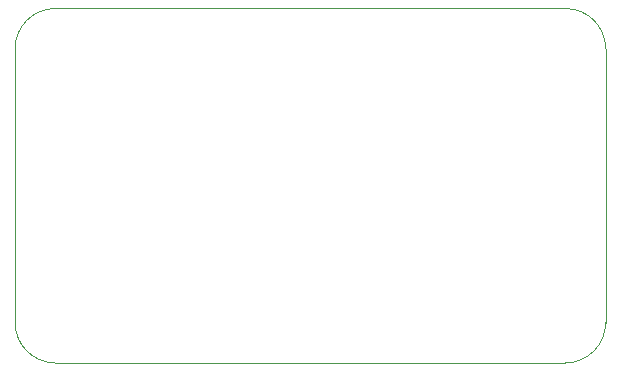
<source format=gbr>
G04 #@! TF.GenerationSoftware,KiCad,Pcbnew,(5.1.2)-2*
G04 #@! TF.CreationDate,2019-09-23T01:23:54-05:00*
G04 #@! TF.ProjectId,rtc,7274632e-6b69-4636-9164-5f7063625858,rev?*
G04 #@! TF.SameCoordinates,Original*
G04 #@! TF.FileFunction,Profile,NP*
%FSLAX46Y46*%
G04 Gerber Fmt 4.6, Leading zero omitted, Abs format (unit mm)*
G04 Created by KiCad (PCBNEW (5.1.2)-2) date 2019-09-23 01:23:54*
%MOMM*%
%LPD*%
G04 APERTURE LIST*
%ADD10C,0.050000*%
G04 APERTURE END LIST*
D10*
X72600000Y-31000000D02*
G75*
G02X76000000Y-34400000I0J-3400000D01*
G01*
X76000000Y-57600000D02*
G75*
G02X72600000Y-61000000I-3400000J0D01*
G01*
X29400000Y-61000000D02*
G75*
G02X26000000Y-57600000I0J3400000D01*
G01*
X26000000Y-34400000D02*
G75*
G02X29400000Y-31000000I3400000J0D01*
G01*
X72600000Y-31000000D02*
X29400000Y-31000000D01*
X76000000Y-57600000D02*
X76000000Y-34400000D01*
X29400000Y-61000000D02*
X72600000Y-61000000D01*
X26000000Y-34400000D02*
X26000000Y-57600000D01*
M02*

</source>
